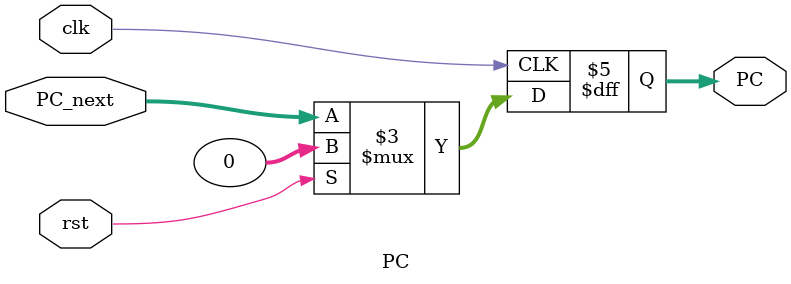
<source format=v>
module PC(PC_next,PC,rst,clk);
input [31:0]PC_next;
input clk,rst;
output reg[31:0]PC;

always @(posedge clk) begin
	if (rst) begin
	PC<=0;
		
	end
	else begin
		PC<=PC_next;
	end
end
endmodule
</source>
